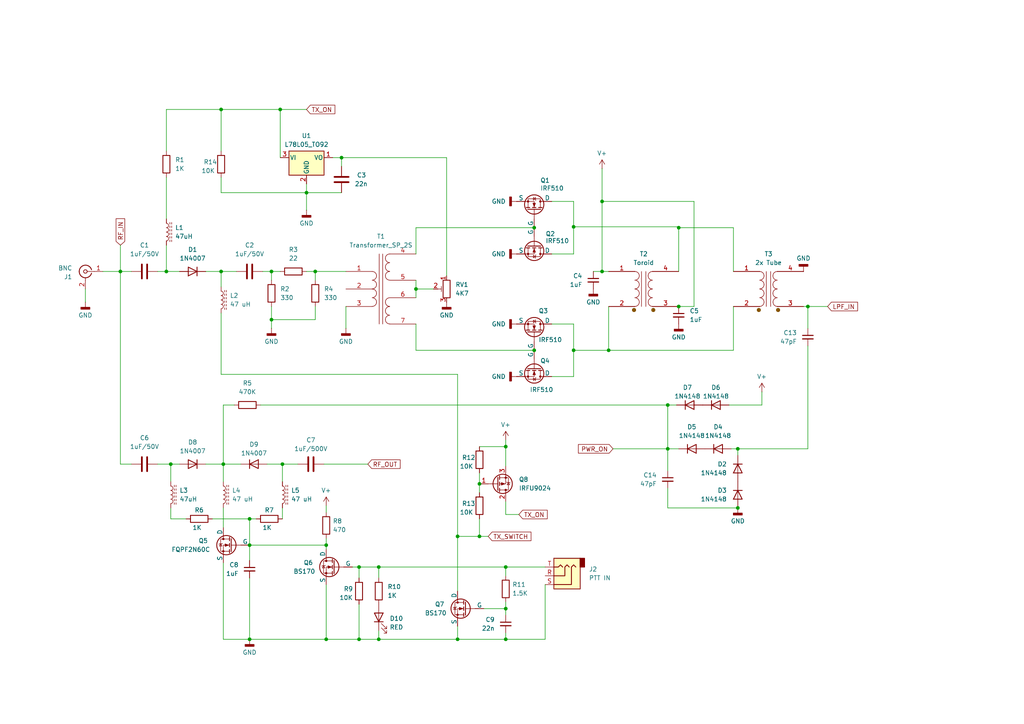
<source format=kicad_sch>
(kicad_sch (version 20231120) (generator "eeschema") (generator_version "8.0")
  (paper "A4")
  (lib_symbols
    (symbol "Connector:Conn_Coaxial" (pin_names (offset 1.016) hide)
      (property "Reference" "J" (at 0.254 3.048 0))
      (property "Value" "Conn_Coaxial" (at 2.921 0 90))
      (symbol "Conn_Coaxial_0_1"
        (arc (start -1.778 -0.508) (mid 0.2311 -1.8066) (end 1.778 0) (stroke (width 0.254)))
        (polyline (pts (xy -2.54 0) (xy -0.508 0)))
        (polyline (pts (xy 0 -2.54) (xy 0 -1.778)))
        (circle (center 0 0) (radius 0.508) (stroke (width 0.2032)))
        (arc (start 1.778 0) (mid 0.2099 1.8101) (end -1.778 0.508) (stroke (width 0.254)))
      )
      (symbol "Conn_Coaxial_1_1"
        (pin passive line (at -5.08 0 0) (length 2.54) (name "In") (number "1"))
        (pin passive line (at 0 -5.08 90) (length 2.54) (name "Ext") (number "2"))
      )
    )
    (symbol "Connector_Audio:AudioJack3"
      (property "Reference" "J" (at 0 8.89 0))
      (property "Value" "AudioJack3" (at 0 6.35 0))
      (symbol "AudioJack3_0_1"
        (rectangle (start -5.08 -5.08) (end -6.35 -2.54) (stroke (width 0.254)) (fill (type outline)))
        (polyline (pts (xy 0 -2.54) (xy 0.635 -3.175) (xy 1.27 -2.54) (xy 2.54 -2.54)) (stroke (width 0.254)))
        (polyline (pts (xy -1.905 -2.54) (xy -1.27 -3.175) (xy -0.635 -2.54) (xy -0.635 0) (xy 2.54 0)) (stroke (width 0.254)))
        (polyline (pts (xy 2.54 2.54) (xy -2.54 2.54) (xy -2.54 -2.54) (xy -3.175 -3.175) (xy -3.81 -2.54)) (stroke (width 0.254)))
        (rectangle (start 2.54 3.81) (end -5.08 -5.08) (stroke (width 0.254)) (fill (type background)))
      )
      (symbol "AudioJack3_1_1"
        (pin passive line (at 5.08 0 180) (length 2.54) (name "~") (number "R"))
        (pin passive line (at 5.08 2.54 180) (length 2.54) (name "~") (number "S"))
        (pin passive line (at 5.08 -2.54 180) (length 2.54) (name "~") (number "T"))
      )
    )
    (symbol "Device:C" (pin_numbers hide) (pin_names (offset 0.254))
      (property "Reference" "C" (at 0.635 2.54 0))
      (property "Value" "C" (at 0.635 -2.54 0))
      (symbol "C_0_1"
        (polyline (pts (xy -2.032 -0.762) (xy 2.032 -0.762)) (stroke (width 0.508)))
        (polyline (pts (xy -2.032 0.762) (xy 2.032 0.762)) (stroke (width 0.508)))
      )
      (symbol "C_1_1"
        (pin passive line (at 0 3.81 270) (length 2.794) (name "~") (number "1"))
        (pin passive line (at 0 -3.81 90) (length 2.794) (name "~") (number "2"))
      )
    )
    (symbol "Device:C_Small" (pin_numbers hide) (pin_names (offset 0.254) hide)
      (property "Reference" "C" (at 0.254 1.778 0))
      (property "Value" "C_Small" (at 0.254 -2.032 0))
      (symbol "C_Small_0_1"
        (polyline (pts (xy -1.524 -0.508) (xy 1.524 -0.508)) (stroke (width 0.3302)))
        (polyline (pts (xy -1.524 0.508) (xy 1.524 0.508)) (stroke (width 0.3048)))
      )
      (symbol "C_Small_1_1"
        (pin passive line (at 0 2.54 270) (length 2.032) (name "~") (number "1"))
        (pin passive line (at 0 -2.54 90) (length 2.032) (name "~") (number "2"))
      )
    )
    (symbol "Device:LED" (pin_numbers hide) (pin_names (offset 1.016) hide)
      (property "Reference" "D" (at 0 2.54 0))
      (property "Value" "LED" (at 0 -2.54 0))
      (symbol "LED_0_1"
        (polyline (pts (xy -1.27 -1.27) (xy -1.27 1.27)) (stroke (width 0.254)))
        (polyline (pts (xy -1.27 0) (xy 1.27 0)))
        (polyline (pts (xy 1.27 -1.27) (xy 1.27 1.27) (xy -1.27 0) (xy 1.27 -1.27)) (stroke (width 0.254)))
        (polyline (pts (xy -3.048 -0.762) (xy -4.572 -2.286) (xy -3.81 -2.286) (xy -4.572 -2.286) (xy -4.572 -1.524)))
        (polyline (pts (xy -1.778 -0.762) (xy -3.302 -2.286) (xy -2.54 -2.286) (xy -3.302 -2.286) (xy -3.302 -1.524)))
      )
      (symbol "LED_1_1"
        (pin passive line (at -3.81 0 0) (length 2.54) (name "K") (number "1"))
        (pin passive line (at 3.81 0 180) (length 2.54) (name "A") (number "2"))
      )
    )
    (symbol "Device:L_Ferrite" (pin_numbers hide) (pin_names (offset 1.016) hide)
      (property "Reference" "L" (at -1.27 0 90))
      (property "Value" "L_Ferrite" (at 2.794 0 90))
      (symbol "L_Ferrite_0_1"
        (arc (start 0 -2.54) (mid 0.6323 -1.905) (end 0 -1.27))
        (arc (start 0 -1.27) (mid 0.6323 -0.635) (end 0 0))
        (polyline (pts (xy 1.016 -2.794) (xy 1.016 -2.286)))
        (polyline (pts (xy 1.016 -1.778) (xy 1.016 -1.27)))
        (polyline (pts (xy 1.016 -0.762) (xy 1.016 -0.254)))
        (polyline (pts (xy 1.016 0.254) (xy 1.016 0.762)))
        (polyline (pts (xy 1.016 1.27) (xy 1.016 1.778)))
        (polyline (pts (xy 1.016 2.286) (xy 1.016 2.794)))
        (polyline (pts (xy 1.524 -2.286) (xy 1.524 -2.794)))
        (polyline (pts (xy 1.524 -1.27) (xy 1.524 -1.778)))
        (polyline (pts (xy 1.524 -0.254) (xy 1.524 -0.762)))
        (polyline (pts (xy 1.524 0.762) (xy 1.524 0.254)))
        (polyline (pts (xy 1.524 1.778) (xy 1.524 1.27)))
        (polyline (pts (xy 1.524 2.794) (xy 1.524 2.286)))
        (arc (start 0 0) (mid 0.6323 0.635) (end 0 1.27))
        (arc (start 0 1.27) (mid 0.6323 1.905) (end 0 2.54))
      )
      (symbol "L_Ferrite_1_1"
        (pin passive line (at 0 3.81 270) (length 1.27) (name "1") (number "1"))
        (pin passive line (at 0 -3.81 90) (length 1.27) (name "2") (number "2"))
      )
    )
    (symbol "Device:R" (pin_numbers hide) (pin_names (offset 0))
      (property "Reference" "R" (at 2.032 0 90))
      (property "Value" "R" (at 0 0 90))
      (symbol "R_0_1"
        (rectangle (start -1.016 -2.54) (end 1.016 2.54) (stroke (width 0.254)))
      )
      (symbol "R_1_1"
        (pin passive line (at 0 3.81 270) (length 1.27) (name "~") (number "1"))
        (pin passive line (at 0 -3.81 90) (length 1.27) (name "~") (number "2"))
      )
    )
    (symbol "Device:R_Potentiometer_Trim" (pin_names (offset 1.016) hide)
      (property "Reference" "RV" (at -4.445 0 90))
      (property "Value" "R_Potentiometer_Trim" (at -2.54 0 90))
      (symbol "R_Potentiometer_Trim_0_1"
        (polyline (pts (xy 1.524 0.762) (xy 1.524 -0.762)))
        (polyline (pts (xy 2.54 0) (xy 1.524 0)))
        (rectangle (start 1.016 2.54) (end -1.016 -2.54) (stroke (width 0.254)))
      )
      (symbol "R_Potentiometer_Trim_1_1"
        (pin passive line (at 0 3.81 270) (length 1.27) (name "1") (number "1"))
        (pin passive line (at 3.81 0 180) (length 1.27) (name "2") (number "2"))
        (pin passive line (at 0 -3.81 90) (length 1.27) (name "3") (number "3"))
      )
    )
    (symbol "Device:Transformer_1P_1S" (pin_names (offset 1.016) hide)
      (property "Reference" "T" (at 0 6.35 0))
      (property "Value" "Transformer_1P_1S" (at 0 -7.62 0))
      (symbol "Transformer_1P_1S_0_1"
        (arc (start -2.54 -5.0546) (mid -1.6599 -4.6901) (end -1.27 -3.81))
        (arc (start -2.54 -2.5146) (mid -1.6599 -2.1501) (end -1.27 -1.27))
        (arc (start -2.54 0.0254) (mid -1.6599 0.3899) (end -1.27 1.27))
        (arc (start -2.54 2.5654) (mid -1.6599 2.9299) (end -1.27 3.81))
        (arc (start -1.27 -3.81) (mid -1.642 -2.912) (end -2.54 -2.54))
        (arc (start -1.27 -1.27) (mid -1.642 -0.372) (end -2.54 0))
        (arc (start -1.27 1.27) (mid -1.642 2.168) (end -2.54 2.54))
        (arc (start -1.27 3.81) (mid -1.642 4.708) (end -2.54 5.08))
        (polyline (pts (xy -0.635 5.08) (xy -0.635 -5.08)))
        (polyline (pts (xy 0.635 -5.08) (xy 0.635 5.08)))
        (arc (start 1.2954 -1.27) (mid 1.6599 -2.1501) (end 2.54 -2.5146))
        (arc (start 1.2954 1.27) (mid 1.6599 0.3899) (end 2.54 0.0254))
        (arc (start 1.2954 3.81) (mid 1.6599 2.9299) (end 2.54 2.5654))
        (arc (start 1.3208 -3.81) (mid 1.6853 -4.6901) (end 2.5654 -5.0546))
        (arc (start 2.54 0) (mid 1.642 -0.372) (end 1.2954 -1.27))
        (arc (start 2.54 2.54) (mid 1.642 2.168) (end 1.2954 1.27))
        (arc (start 2.54 5.08) (mid 1.642 4.708) (end 1.2954 3.81))
        (arc (start 2.5654 -2.54) (mid 1.6674 -2.912) (end 1.3208 -3.81))
      )
      (symbol "Transformer_1P_1S_1_1"
        (pin passive line (at -10.16 5.08 0) (length 7.62) (name "AA") (number "1"))
        (pin passive line (at -10.16 -5.08 0) (length 7.62) (name "AB") (number "2"))
        (pin passive line (at 10.16 -5.08 180) (length 7.62) (name "SA") (number "3"))
        (pin passive line (at 10.16 5.08 180) (length 7.62) (name "SB") (number "4"))
      )
    )
    (symbol "Device:Transformer_SP_2S" (pin_names (offset 1.016) hide)
      (property "Reference" "T" (at 0 12.7 0))
      (property "Value" "Transformer_SP_2S" (at 0 -12.7 0))
      (symbol "Transformer_SP_2S_0_1"
        (arc (start -2.54 -5.0546) (mid -1.6599 -4.6901) (end -1.27 -3.81))
        (arc (start -2.54 -2.5146) (mid -1.6599 -2.1501) (end -1.27 -1.27))
        (arc (start -2.54 0.0254) (mid -1.6599 0.3899) (end -1.27 1.27))
        (arc (start -2.54 2.5654) (mid -1.6599 2.9299) (end -1.27 3.81))
        (arc (start -1.27 -3.81) (mid -1.642 -2.912) (end -2.54 -2.54))
        (arc (start -1.27 -1.27) (mid -1.642 -0.372) (end -2.54 0))
        (arc (start -1.27 1.27) (mid -1.642 2.168) (end -2.54 2.54))
        (arc (start -1.27 3.81) (mid -1.642 4.708) (end -2.54 5.08))
        (polyline (pts (xy -0.508 -10.16) (xy -0.508 10.16)))
        (polyline (pts (xy 0.508 10.16) (xy 0.508 -10.16)))
        (arc (start 1.2954 -8.89) (mid 1.6599 -9.7701) (end 2.54 -10.1346))
        (arc (start 1.2954 -6.35) (mid 1.6599 -7.2301) (end 2.54 -7.5946))
        (arc (start 1.2954 -3.81) (mid 1.6599 -4.6901) (end 2.54 -5.0546))
        (arc (start 1.2954 3.81) (mid 1.6599 2.9299) (end 2.54 2.5654))
        (arc (start 1.2954 6.35) (mid 1.6599 5.4699) (end 2.54 5.1054))
        (arc (start 1.2954 8.89) (mid 1.6599 8.0099) (end 2.54 7.6454))
        (arc (start 2.54 -7.62) (mid 1.642 -7.992) (end 1.2954 -8.89))
        (arc (start 2.54 -5.08) (mid 1.642 -5.452) (end 1.2954 -6.35))
        (arc (start 2.54 -2.54) (mid 1.642 -2.912) (end 1.2954 -3.81))
        (arc (start 2.54 5.08) (mid 1.642 4.708) (end 1.2954 3.81))
        (arc (start 2.54 7.62) (mid 1.642 7.248) (end 1.2954 6.35))
        (arc (start 2.54 10.16) (mid 1.642 9.788) (end 1.2954 8.89))
      )
      (symbol "Transformer_SP_2S_1_1"
        (pin passive line (at -10.16 5.08 0) (length 7.62) (name "IN+") (number "1"))
        (pin passive line (at -10.16 0 0) (length 7.62) (name "PM") (number "2"))
        (pin passive line (at -10.16 -5.08 0) (length 7.62) (name "IN-") (number "3"))
        (pin passive line (at 10.16 10.16 180) (length 7.62) (name "OUT1A") (number "4"))
        (pin passive line (at 10.16 2.54 180) (length 7.62) (name "OUT1B") (number "5"))
        (pin passive line (at 10.16 -2.54 180) (length 7.62) (name "OUT2A") (number "6"))
        (pin passive line (at 10.16 -10.16 180) (length 7.62) (name "OUT2B") (number "7"))
      )
    )
    (symbol "Diode:1N4007" (pin_numbers hide) (pin_names hide)
      (property "Reference" "D" (at 0 2.54 0))
      (property "Value" "1N4007" (at 0 -2.54 0))
      (symbol "1N4007_0_1"
        (polyline (pts (xy -1.27 1.27) (xy -1.27 -1.27)) (stroke (width 0.254)))
        (polyline (pts (xy 1.27 0) (xy -1.27 0)))
        (polyline (pts (xy 1.27 1.27) (xy 1.27 -1.27) (xy -1.27 0) (xy 1.27 1.27)) (stroke (width 0.254)))
      )
      (symbol "1N4007_1_1"
        (pin passive line (at -3.81 0 0) (length 2.54) (name "K") (number "1"))
        (pin passive line (at 3.81 0 180) (length 2.54) (name "A") (number "2"))
      )
    )
    (symbol "Diode:1N4148" (pin_numbers hide) (pin_names hide)
      (property "Reference" "D" (at 0 2.54 0))
      (property "Value" "1N4148" (at 0 -2.54 0))
      (symbol "1N4148_0_1"
        (polyline (pts (xy -1.27 1.27) (xy -1.27 -1.27)) (stroke (width 0.254)))
        (polyline (pts (xy 1.27 0) (xy -1.27 0)))
        (polyline (pts (xy 1.27 1.27) (xy 1.27 -1.27) (xy -1.27 0) (xy 1.27 1.27)) (stroke (width 0.254)))
      )
      (symbol "1N4148_1_1"
        (pin passive line (at -3.81 0 0) (length 2.54) (name "K") (number "1"))
        (pin passive line (at 3.81 0 180) (length 2.54) (name "A") (number "2"))
      )
    )
    (symbol "Regulator_Linear:L78L05_TO92" (pin_names (offset 0.254))
      (property "Reference" "U" (at -3.81 3.175 0))
      (property "Value" "L78L05_TO92" (at 0 3.175 0))
      (symbol "L78L05_TO92_0_1"
        (rectangle (start -5.08 -5.08) (end 5.08 1.905) (stroke (width 0.254)) (fill (type background)))
      )
      (symbol "L78L05_TO92_1_1"
        (pin power_out line (at 7.62 0 180) (length 2.54) (name "VO") (number "1"))
        (pin power_in line (at 0 -7.62 90) (length 2.54) (name "GND") (number "2"))
        (pin power_in line (at -7.62 0 0) (length 2.54) (name "VI") (number "3"))
      )
    )
    (symbol "Simulation_SPICE:NMOS" (pin_numbers hide) (pin_names (offset 0))
      (property "Reference" "Q" (at 5.08 1.27 0))
      (property "Value" "NMOS" (at 5.08 -1.27 0))
      (symbol "NMOS_0_1"
        (polyline (pts (xy 0.254 0) (xy -2.54 0)))
        (polyline (pts (xy 0.254 1.905) (xy 0.254 -1.905)) (stroke (width 0.254)))
        (polyline (pts (xy 0.762 -1.27) (xy 0.762 -2.286)) (stroke (width 0.254)))
        (polyline (pts (xy 0.762 0.508) (xy 0.762 -0.508)) (stroke (width 0.254)))
        (polyline (pts (xy 0.762 2.286) (xy 0.762 1.27)) (stroke (width 0.254)))
        (polyline (pts (xy 2.54 2.54) (xy 2.54 1.778)))
        (polyline (pts (xy 2.54 -2.54) (xy 2.54 0) (xy 0.762 0)))
        (polyline (pts (xy 0.762 -1.778) (xy 3.302 -1.778) (xy 3.302 1.778) (xy 0.762 1.778)))
        (polyline (pts (xy 1.016 0) (xy 2.032 0.381) (xy 2.032 -0.381) (xy 1.016 0)) (fill (type outline)))
        (polyline (pts (xy 2.794 0.508) (xy 2.921 0.381) (xy 3.683 0.381) (xy 3.81 0.254)))
        (polyline (pts (xy 3.302 0.381) (xy 2.921 -0.254) (xy 3.683 -0.254) (xy 3.302 0.381)))
        (circle (center 1.651 0) (radius 2.794) (stroke (width 0.254)))
        (circle (center 2.54 -1.778) (radius 0.254) (fill (type outline)))
        (circle (center 2.54 1.778) (radius 0.254) (fill (type outline)))
      )
      (symbol "NMOS_1_1"
        (pin passive line (at 2.54 5.08 270) (length 2.54) (name "D") (number "1"))
        (pin input line (at -5.08 0 0) (length 2.54) (name "G") (number "2"))
        (pin passive line (at 2.54 -5.08 90) (length 2.54) (name "S") (number "3"))
      )
    )
    (symbol "Transistor_FET:IRF4905" (pin_names hide)
      (property "Reference" "Q" (at 5.08 1.905 0))
      (property "Value" "IRF4905" (at 5.08 0 0))
      (symbol "IRF4905_0_1"
        (polyline (pts (xy 0.254 0) (xy -2.54 0)))
        (polyline (pts (xy 0.254 1.905) (xy 0.254 -1.905)) (stroke (width 0.254)))
        (polyline (pts (xy 0.762 -1.27) (xy 0.762 -2.286)) (stroke (width 0.254)))
        (polyline (pts (xy 0.762 0.508) (xy 0.762 -0.508)) (stroke (width 0.254)))
        (polyline (pts (xy 0.762 2.286) (xy 0.762 1.27)) (stroke (width 0.254)))
        (polyline (pts (xy 2.54 2.54) (xy 2.54 1.778)))
        (polyline (pts (xy 2.54 -2.54) (xy 2.54 0) (xy 0.762 0)))
        (polyline (pts (xy 0.762 1.778) (xy 3.302 1.778) (xy 3.302 -1.778) (xy 0.762 -1.778)))
        (polyline (pts (xy 2.286 0) (xy 1.27 0.381) (xy 1.27 -0.381) (xy 2.286 0)) (fill (type outline)))
        (polyline (pts (xy 2.794 -0.508) (xy 2.921 -0.381) (xy 3.683 -0.381) (xy 3.81 -0.254)))
        (polyline (pts (xy 3.302 -0.381) (xy 2.921 0.254) (xy 3.683 0.254) (xy 3.302 -0.381)))
        (circle (center 1.651 0) (radius 2.794) (stroke (width 0.254)))
        (circle (center 2.54 -1.778) (radius 0.254) (fill (type outline)))
        (circle (center 2.54 1.778) (radius 0.254) (fill (type outline)))
      )
      (symbol "IRF4905_1_1"
        (pin input line (at -5.08 0 0) (length 2.54) (name "G") (number "1"))
        (pin passive line (at 2.54 5.08 270) (length 2.54) (name "D") (number "2"))
        (pin passive line (at 2.54 -5.08 90) (length 2.54) (name "S") (number "3"))
      )
    )
    (symbol "power:+12V" (power) (pin_numbers hide) (pin_names (offset 0) hide)
      (property "Value" "+12V" (at 0 3.556 0))
      (symbol "+12V_0_1"
        (polyline (pts (xy -0.762 1.27) (xy 0 2.54)))
        (polyline (pts (xy 0 0) (xy 0 2.54)))
        (polyline (pts (xy 0 2.54) (xy 0.762 1.27)))
      )
      (symbol "+12V_1_1"
        (pin power_in line (at 0 0 90) (length 0) (name "~") (number "1"))
      )
    )
    (symbol "power:GNDD" (power) (pin_numbers hide) (pin_names (offset 0) hide)
      (property "Value" "GNDD" (at 0 -3.175 0))
      (symbol "GNDD_0_1"
        (rectangle (start -1.27 -1.524) (end 1.27 -2.032) (stroke (width 0.254)) (fill (type outline)))
        (polyline (pts (xy 0 0) (xy 0 -1.524)))
      )
      (symbol "GNDD_1_1"
        (pin power_in line (at 0 0 270) (length 0) (name "~") (number "1"))
      )
    )
  )
  (junction (at 64.135 78.74))
  (junction (at 72.39 158.115))
  (junction (at 94.615 158.115))
  (junction (at 104.14 164.465))
  (junction (at 146.685 129.54))
  (junction (at 104.14 185.42))
  (junction (at 120.65 83.82))
  (junction (at 213.995 147.32))
  (junction (at 146.685 176.53))
  (junction (at 34.925 78.74))
  (junction (at 81.915 134.62))
  (junction (at 154.94 101.6))
  (junction (at 78.74 92.71))
  (junction (at 132.715 185.42))
  (junction (at 176.53 101.6))
  (junction (at 166.37 65.786))
  (junction (at 146.685 185.42))
  (junction (at 174.625 78.74))
  (junction (at 166.37 101.6))
  (junction (at 81.28 31.75))
  (junction (at 48.26 78.74))
  (junction (at 174.625 58.42))
  (junction (at 132.715 155.575))
  (junction (at 78.74 78.74))
  (junction (at 64.77 134.62))
  (junction (at 109.855 185.42))
  (junction (at 139.065 155.575))
  (junction (at 196.85 88.9))
  (junction (at 234.315 88.9))
  (junction (at 196.85 66.04))
  (junction (at 72.39 185.42))
  (junction (at 193.675 130.175))
  (junction (at 64.135 31.75))
  (junction (at 99.06 45.72))
  (junction (at 154.94 66.04))
  (junction (at 213.995 130.175))
  (junction (at 94.615 185.42))
  (junction (at 49.53 134.62))
  (junction (at 146.685 164.465))
  (junction (at 109.855 164.465))
  (junction (at 193.675 117.475))
  (junction (at 139.065 140.335))
  (junction (at 91.44 78.74))
  (junction (at 72.39 150.495))
  (junction (at 88.9 55.88))
  (wire (pts (xy 120.65 83.82) (xy 125.73 83.82)))
  (wire (pts (xy 129.54 80.01) (xy 129.54 45.72)))
  (wire (pts (xy 72.39 158.115) (xy 72.39 162.56)))
  (wire (pts (xy 139.065 155.575) (xy 132.715 155.575)))
  (wire (pts (xy 104.14 164.465) (xy 104.14 167.64)))
  (wire (pts (xy 213.995 130.175) (xy 213.995 132.08)))
  (wire (pts (xy 49.53 134.62) (xy 49.53 139.7)))
  (wire (pts (xy 146.685 127.635) (xy 146.685 129.54)))
  (wire (pts (xy 88.9 55.88) (xy 88.9 60.96)))
  (wire (pts (xy 34.925 78.74) (xy 34.925 134.62)))
  (wire (pts (xy 94.615 146.685) (xy 94.615 148.59)))
  (wire (pts (xy 99.06 45.72) (xy 99.06 48.26)))
  (wire (pts (xy 91.44 78.74) (xy 100.33 78.74)))
  (wire (pts (xy 78.74 88.9) (xy 78.74 92.71)))
  (wire (pts (xy 234.315 88.9) (xy 240.03 88.9)))
  (wire (pts (xy 132.715 185.42) (xy 109.855 185.42)))
  (wire (pts (xy 201.295 88.9) (xy 201.295 58.42)))
  (wire (pts (xy 193.675 136.525) (xy 193.675 130.175)))
  (wire (pts (xy 196.85 78.74) (xy 196.85 66.04)))
  (wire (pts (xy 104.14 185.42) (xy 109.855 185.42)))
  (wire (pts (xy 93.98 134.62) (xy 106.68 134.62)))
  (wire (pts (xy 75.565 117.475) (xy 193.675 117.475)))
  (wire (pts (xy 220.98 113.665) (xy 220.98 117.475)))
  (wire (pts (xy 212.725 101.6) (xy 176.53 101.6)))
  (wire (pts (xy 91.44 81.28) (xy 91.44 78.74)))
  (wire (pts (xy 64.77 147.32) (xy 64.77 153.035)))
  (wire (pts (xy 64.77 134.62) (xy 69.85 134.62)))
  (wire (pts (xy 72.39 158.115) (xy 94.615 158.115)))
  (wire (pts (xy 72.39 150.495) (xy 74.295 150.495)))
  (wire (pts (xy 146.685 183.515) (xy 146.685 185.42)))
  (wire (pts (xy 78.74 78.74) (xy 81.28 78.74)))
  (wire (pts (xy 176.53 101.6) (xy 166.37 101.6)))
  (wire (pts (xy 38.1 134.62) (xy 34.925 134.62)))
  (wire (pts (xy 48.26 31.75) (xy 48.26 43.815)))
  (wire (pts (xy 132.715 108.585) (xy 64.135 108.585)))
  (wire (pts (xy 67.945 117.475) (xy 64.77 117.475)))
  (wire (pts (xy 166.37 109.22) (xy 160.02 109.22)))
  (wire (pts (xy 45.72 134.62) (xy 49.53 134.62)))
  (wire (pts (xy 146.685 129.54) (xy 146.685 135.255)))
  (wire (pts (xy 174.625 78.74) (xy 176.53 78.74)))
  (wire (pts (xy 139.065 129.54) (xy 146.685 129.54)))
  (wire (pts (xy 88.9 53.34) (xy 88.9 55.88)))
  (wire (pts (xy 88.9 55.88) (xy 99.06 55.88)))
  (wire (pts (xy 64.77 134.62) (xy 64.77 139.7)))
  (wire (pts (xy 233.045 88.9) (xy 234.315 88.9)))
  (wire (pts (xy 193.675 130.175) (xy 196.85 130.175)))
  (wire (pts (xy 78.74 92.71) (xy 91.44 92.71)))
  (wire (pts (xy 49.53 150.495) (xy 53.975 150.495)))
  (wire (pts (xy 48.26 31.75) (xy 64.135 31.75)))
  (wire (pts (xy 109.855 164.465) (xy 104.14 164.465)))
  (wire (pts (xy 81.915 139.7) (xy 81.915 134.62)))
  (wire (pts (xy 81.28 45.72) (xy 81.28 31.75)))
  (wire (pts (xy 64.135 78.74) (xy 68.58 78.74)))
  (wire (pts (xy 24.765 83.82) (xy 24.765 87.63)))
  (wire (pts (xy 104.14 175.26) (xy 104.14 185.42)))
  (wire (pts (xy 146.685 145.415) (xy 146.685 149.225)))
  (wire (pts (xy 132.715 171.45) (xy 132.715 155.575)))
  (wire (pts (xy 64.135 108.585) (xy 64.135 90.805)))
  (wire (pts (xy 72.39 150.495) (xy 72.39 158.115)))
  (wire (pts (xy 64.135 51.435) (xy 64.135 55.88)))
  (wire (pts (xy 109.855 167.64) (xy 109.855 164.465)))
  (wire (pts (xy 49.53 147.32) (xy 49.53 150.495)))
  (wire (pts (xy 193.675 141.605) (xy 193.675 147.32)))
  (wire (pts (xy 81.915 147.32) (xy 81.915 150.495)))
  (wire (pts (xy 234.315 130.175) (xy 234.315 100.33)))
  (wire (pts (xy 104.14 185.42) (xy 94.615 185.42)))
  (wire (pts (xy 109.855 164.465) (xy 146.685 164.465)))
  (wire (pts (xy 160.02 93.98) (xy 166.37 93.98)))
  (wire (pts (xy 193.675 147.32) (xy 213.995 147.32)))
  (wire (pts (xy 81.28 31.75) (xy 88.9 31.75)))
  (wire (pts (xy 176.53 88.9) (xy 176.53 101.6)))
  (wire (pts (xy 64.135 78.74) (xy 64.135 83.185)))
  (wire (pts (xy 48.26 63.5) (xy 48.26 51.435)))
  (wire (pts (xy 49.53 134.62) (xy 52.07 134.62)))
  (wire (pts (xy 193.675 117.475) (xy 193.675 130.175)))
  (wire (pts (xy 140.335 176.53) (xy 146.685 176.53)))
  (wire (pts (xy 120.65 83.82) (xy 120.65 86.36)))
  (wire (pts (xy 213.995 130.175) (xy 234.315 130.175)))
  (wire (pts (xy 34.925 78.74) (xy 29.845 78.74)))
  (wire (pts (xy 120.65 101.6) (xy 154.94 101.6)))
  (wire (pts (xy 139.065 150.495) (xy 139.065 155.575)))
  (wire (pts (xy 64.135 55.88) (xy 88.9 55.88)))
  (wire (pts (xy 172.085 78.74) (xy 174.625 78.74)))
  (wire (pts (xy 96.52 45.72) (xy 99.06 45.72)))
  (wire (pts (xy 120.65 66.04) (xy 154.94 66.04)))
  (wire (pts (xy 77.47 134.62) (xy 81.915 134.62)))
  (wire (pts (xy 45.72 78.74) (xy 48.26 78.74)))
  (wire (pts (xy 166.37 101.6) (xy 166.37 109.22)))
  (wire (pts (xy 234.315 88.9) (xy 234.315 95.25)))
  (wire (pts (xy 72.39 185.42) (xy 72.39 167.64)))
  (wire (pts (xy 146.685 164.465) (xy 158.115 164.465)))
  (wire (pts (xy 212.725 66.04) (xy 196.85 66.04)))
  (wire (pts (xy 76.2 78.74) (xy 78.74 78.74)))
  (wire (pts (xy 196.85 66.04) (xy 196.85 65.786)))
  (wire (pts (xy 146.685 176.53) (xy 146.685 178.435)))
  (wire (pts (xy 196.85 65.786) (xy 166.37 65.786)))
  (wire (pts (xy 160.02 58.42) (xy 166.37 58.42)))
  (wire (pts (xy 166.37 58.42) (xy 166.37 65.786)))
  (wire (pts (xy 94.615 169.545) (xy 94.615 185.42)))
  (wire (pts (xy 166.37 93.98) (xy 166.37 101.6)))
  (wire (pts (xy 129.54 45.72) (xy 99.06 45.72)))
  (wire (pts (xy 64.77 185.42) (xy 72.39 185.42)))
  (wire (pts (xy 38.1 78.74) (xy 34.925 78.74)))
  (wire (pts (xy 132.715 181.61) (xy 132.715 185.42)))
  (wire (pts (xy 139.065 140.335) (xy 139.065 142.875)))
  (wire (pts (xy 193.675 117.475) (xy 196.215 117.475)))
  (wire (pts (xy 166.37 73.66) (xy 160.02 73.66)))
  (wire (pts (xy 78.74 78.74) (xy 78.74 81.28)))
  (wire (pts (xy 48.26 78.74) (xy 52.07 78.74)))
  (wire (pts (xy 132.715 155.575) (xy 132.715 108.585)))
  (wire (pts (xy 146.685 174.625) (xy 146.685 176.53)))
  (wire (pts (xy 213.995 130.175) (xy 212.09 130.175)))
  (wire (pts (xy 91.44 92.71) (xy 91.44 88.9)))
  (wire (pts (xy 34.925 71.12) (xy 34.925 78.74)))
  (wire (pts (xy 102.235 164.465) (xy 104.14 164.465)))
  (wire (pts (xy 158.115 185.42) (xy 146.685 185.42)))
  (wire (pts (xy 174.625 48.895) (xy 174.625 58.42)))
  (wire (pts (xy 212.725 78.74) (xy 212.725 66.04)))
  (wire (pts (xy 120.65 73.66) (xy 120.65 66.04)))
  (wire (pts (xy 120.65 93.98) (xy 120.65 101.6)))
  (wire (pts (xy 146.685 185.42) (xy 132.715 185.42)))
  (wire (pts (xy 64.77 163.195) (xy 64.77 185.42)))
  (wire (pts (xy 141.605 155.575) (xy 139.065 155.575)))
  (wire (pts (xy 166.37 65.786) (xy 166.37 73.66)))
  (wire (pts (xy 94.615 156.21) (xy 94.615 158.115)))
  (wire (pts (xy 81.915 134.62) (xy 86.36 134.62)))
  (wire (pts (xy 146.685 149.225) (xy 150.495 149.225)))
  (wire (pts (xy 220.98 117.475) (xy 211.455 117.475)))
  (wire (pts (xy 91.44 78.74) (xy 88.9 78.74)))
  (wire (pts (xy 64.77 117.475) (xy 64.77 134.62)))
  (wire (pts (xy 120.65 81.28) (xy 120.65 83.82)))
  (wire (pts (xy 100.33 88.9) (xy 100.33 95.25)))
  (wire (pts (xy 94.615 185.42) (xy 72.39 185.42)))
  (wire (pts (xy 94.615 159.385) (xy 94.615 158.115)))
  (wire (pts (xy 146.685 167.005) (xy 146.685 164.465)))
  (wire (pts (xy 64.135 31.75) (xy 64.135 43.815)))
  (wire (pts (xy 48.26 71.12) (xy 48.26 78.74)))
  (wire (pts (xy 59.69 134.62) (xy 64.77 134.62)))
  (wire (pts (xy 109.855 182.88) (xy 109.855 185.42)))
  (wire (pts (xy 59.69 78.74) (xy 64.135 78.74)))
  (wire (pts (xy 139.065 137.16) (xy 139.065 140.335)))
  (wire (pts (xy 174.625 58.42) (xy 174.625 78.74)))
  (wire (pts (xy 212.725 88.9) (xy 212.725 101.6)))
  (wire (pts (xy 177.8 130.175) (xy 193.675 130.175)))
  (wire (pts (xy 64.135 31.75) (xy 81.28 31.75)))
  (wire (pts (xy 158.115 169.545) (xy 158.115 185.42)))
  (wire (pts (xy 78.74 92.71) (xy 78.74 95.25)))
  (wire (pts (xy 196.85 88.9) (xy 201.295 88.9)))
  (wire (pts (xy 201.295 58.42) (xy 174.625 58.42)))
  (wire (pts (xy 61.595 150.495) (xy 72.39 150.495)))
  (circle (center 183.896 89.916) (radius 0.508) (stroke (width 0) (color 128 77 0 1)) (fill (type color) (color 128 77 0 1)))
  (circle (center 220.091 89.916) (radius 0.508) (stroke (width 0) (color 128 77 0 1)) (fill (type color) (color 128 77 0 1)))
  (circle (center 225.679 89.916) (radius 0.508) (stroke (width 0) (color 128 77 0 1)) (fill (type color) (color 128 77 0 1)))
  (circle (center 189.484 89.916) (radius 0.508) (stroke (width 0) (color 128 77 0 1)) (fill (type color) (color 128 77 0 1)))
  (global_label "LPF_IN" (shape input) (at 240.03 88.9 0) (property "Intersheetrefs" "${INTERSHEET_REFS}" (effects (hide yes))))
  (global_label "PWR_ON" (shape input) (at 177.8 130.175 180) (property "Intersheetrefs" "${INTERSHEET_REFS}" (effects (hide yes))))
  (global_label "TX_ON" (shape input) (at 150.495 149.225 0) (property "Intersheetrefs" "${INTERSHEET_REFS}" (effects (hide yes))))
  (global_label "RF_OUT" (shape input) (at 106.68 134.62 0) (property "Intersheetrefs" "${INTERSHEET_REFS}" (effects (hide yes))))
  (global_label "TX_ON" (shape input) (at 88.9 31.75 0) (property "Intersheetrefs" "${INTERSHEET_REFS}" (effects (hide yes))))
  (global_label "TX_SWITCH" (shape input) (at 141.605 155.575 0) (property "Intersheetrefs" "${INTERSHEET_REFS}" (effects (hide yes))))
  (global_label "RF_IN" (shape input) (at 34.925 71.12 90) (property "Intersheetrefs" "${INTERSHEET_REFS}" (effects (hide yes))))
  (symbol (lib_id "power:GNDD") (at 78.74 95.25 0) (unit 1)
    (property "Reference" "#PWR01" (effects (hide yes)))
    (property "Value" "GND" (at 78.74 99.06 0))
    (property "Description" "Power symbol creates a global label with name \"GNDD\" , digital ground" (effects (hide yes)))
  )
  (symbol (lib_id "Simulation_SPICE:NMOS") (at 154.94 96.52 270) (mirror x) (unit 1)
    (property "Reference" "Q3" (at 156.2101 90.17 90) (effects (justify left)))
    (property "Value" "IRF510" (at 156.21 98.552 90) (effects (justify left)))
    (property "Footprint" "Package_TO_SOT_THT:TO-220-3_Horizontal_TabDown" (effects (hide yes)))
    (property "Datasheet" "https://ngspice.sourceforge.io/docs/ngspice-html-manual/manual.xhtml#cha_MOSFETs" (effects (hide yes)))
    (property "Description" "N-MOSFET transistor, drain/source/gate" (effects (hide yes)))
    (property "Sim.Device" "NMOS" (effects (hide yes)))
    (property "Sim.Type" "VDMOS" (effects (hide yes)))
    (property "Sim.Pins" "1=D 2=G 3=S" (effects (hide yes)))
  )
  (symbol (lib_id "Device:R") (at 139.065 133.35 0) (unit 1)
    (property "Reference" "R12" (at 133.985 132.715 0) (effects (justify left)))
    (property "Value" "10K" (at 133.35 135.255 0) (effects (justify left)))
    (property "Description" "Resistor" (effects (hide yes)))
  )
  (symbol (lib_id "Device:R") (at 71.755 117.475 90) (unit 1)
    (property "Reference" "R5" (at 71.755 111.125 90))
    (property "Value" "470K" (at 71.755 113.665 90))
    (property "Description" "Resistor" (effects (hide yes)))
  )
  (symbol (lib_id "Connector_Audio:AudioJack3") (at 163.195 167.005 180) (unit 1)
    (property "Reference" "J2" (at 170.815 165.0999 0) (effects (justify right)))
    (property "Value" "PTT IN" (at 170.815 167.6399 0) (effects (justify right)))
    (property "Description" "Audio Jack, 3 Poles (Stereo / TRS)" (effects (hide yes)))
  )
  (symbol (lib_id "power:GNDD") (at 24.765 87.63 0) (unit 1)
    (property "Reference" "#PWR011" (effects (hide yes)))
    (property "Value" "GND" (at 24.765 91.44 0))
    (property "Description" "Power symbol creates a global label with name \"GNDD\" , digital ground" (effects (hide yes)))
  )
  (symbol (lib_id "Device:C") (at 41.91 134.62 90) (unit 1)
    (property "Reference" "C6" (at 41.91 127 90))
    (property "Value" "1uF/50V" (at 41.91 129.54 90))
    (property "Description" "Unpolarized capacitor" (effects (hide yes)))
  )
  (symbol (lib_id "Device:R") (at 57.785 150.495 90) (unit 1)
    (property "Reference" "R6" (at 57.785 147.955 90))
    (property "Value" "1K" (at 57.15 153.035 90))
    (property "Description" "Resistor" (effects (hide yes)))
  )
  (symbol (lib_id "Diode:1N4007") (at 73.66 134.62 0) (unit 1)
    (property "Reference" "D9" (at 73.66 128.905 0))
    (property "Value" "1N4007" (at 73.66 131.445 0))
    (property "Footprint" "Diode_THT:D_DO-41_SOD81_P10.16mm_Horizontal" (effects (hide yes)))
    (property "Datasheet" "http://www.vishay.com/docs/88503/1n4001.pdf" (effects (hide yes)))
    (property "Description" "1000V 1A General Purpose Rectifier Diode, DO-41" (effects (hide yes)))
    (property "Sim.Device" "D" (effects (hide yes)))
    (property "Sim.Pins" "1=K 2=A" (effects (hide yes)))
  )
  (symbol (lib_id "Simulation_SPICE:NMOS") (at 135.255 176.53 0) (mirror y) (unit 1)
    (property "Reference" "Q7" (at 128.905 175.26 0) (effects (justify left)))
    (property "Value" "BS170" (at 129.54 177.8 0) (effects (justify left)))
    (property "Footprint" "Package_TO_SOT_THT:TO-220-3_Horizontal_TabDown" (effects (hide yes)))
    (property "Datasheet" "https://ngspice.sourceforge.io/docs/ngspice-html-manual/manual.xhtml#cha_MOSFETs" (effects (hide yes)))
    (property "Description" "N-MOSFET transistor, drain/source/gate" (effects (hide yes)))
    (property "Sim.Device" "NMOS" (effects (hide yes)))
    (property "Sim.Type" "VDMOS" (effects (hide yes)))
    (property "Sim.Pins" "1=D 2=G 3=S" (effects (hide yes)))
  )
  (symbol (lib_id "Device:R") (at 78.105 150.495 90) (unit 1)
    (property "Reference" "R7" (at 78.105 147.955 90))
    (property "Value" "1K" (at 77.47 153.035 90))
    (property "Description" "Resistor" (effects (hide yes)))
  )
  (symbol (lib_id "Connector:Conn_Coaxial") (at 24.765 78.74 0) (mirror y) (unit 1)
    (property "Reference" "J1" (at 20.955 80.3033 0) (effects (justify left)))
    (property "Value" "BNC" (at 20.955 77.7633 0) (effects (justify left)))
    (property "Description" "coaxial connector (BNC, SMA, SMB, SMC, Cinch/RCA, LEMO, ...)" (effects (hide yes)))
  )
  (symbol (lib_id "Simulation_SPICE:NMOS") (at 154.94 106.68 270) (unit 1)
    (property "Reference" "Q4" (at 156.718 104.648 90) (effects (justify left)))
    (property "Value" "IRF510" (at 153.6701 113.03 90) (effects (justify left)))
    (property "Footprint" "Package_TO_SOT_THT:TO-220-3_Horizontal_TabDown" (effects (hide yes)))
    (property "Datasheet" "https://ngspice.sourceforge.io/docs/ngspice-html-manual/manual.xhtml#cha_MOSFETs" (effects (hide yes)))
    (property "Description" "N-MOSFET transistor, drain/source/gate" (effects (hide yes)))
    (property "Sim.Device" "NMOS" (effects (hide yes)))
    (property "Sim.Type" "VDMOS" (effects (hide yes)))
    (property "Sim.Pins" "1=D 2=G 3=S" (effects (hide yes)))
  )
  (symbol (lib_id "Device:L_Ferrite") (at 81.915 143.51 0) (unit 1)
    (property "Reference" "L5" (at 84.455 142.2399 0) (effects (justify left)))
    (property "Value" "47 uH" (at 84.455 144.7799 0) (effects (justify left)))
    (property "Description" "Inductor with ferrite core" (effects (hide yes)))
  )
  (symbol (lib_id "Device:L_Ferrite") (at 48.26 67.31 0) (unit 1)
    (property "Reference" "L1" (at 50.8 66.0399 0) (effects (justify left)))
    (property "Value" "47uH" (at 50.8 68.5799 0) (effects (justify left)))
    (property "Description" "Inductor with ferrite core" (effects (hide yes)))
  )
  (symbol (lib_id "Device:C_Small") (at 196.85 91.44 0) (unit 1)
    (property "Reference" "C5" (at 200.025 90.1762 0) (effects (justify left)))
    (property "Value" "1uF" (at 200.025 92.7162 0) (effects (justify left)))
    (property "Description" "Unpolarized capacitor, small symbol" (effects (hide yes)))
  )
  (symbol (lib_id "Device:Transformer_1P_1S") (at 186.69 83.82 0) (unit 1)
    (property "Reference" "T2" (at 186.7027 73.66 0))
    (property "Value" "Toroid" (at 186.7027 76.2 0))
    (property "Description" "Transformer, single primary, single secondary" (effects (hide yes)))
  )
  (symbol (lib_id "Device:R_Potentiometer_Trim") (at 129.54 83.82 0) (mirror y) (unit 1)
    (property "Reference" "RV1" (at 132.08 82.55 0) (effects (justify right)))
    (property "Value" "4K7" (at 132.08 85.09 0) (effects (justify right)))
    (property "Description" "Trim-potentiometer" (effects (hide yes)))
  )
  (symbol (lib_id "power:GNDD") (at 149.86 73.66 270) (mirror x) (unit 1)
    (property "Reference" "#PWR07" (effects (hide yes)))
    (property "Value" "GND" (at 146.685 73.6599 90) (effects (justify right)))
    (property "Description" "Power symbol creates a global label with name \"GNDD\" , digital ground" (effects (hide yes)))
  )
  (symbol (lib_id "power:GNDD") (at 149.86 58.42 270) (mirror x) (unit 1)
    (property "Reference" "#PWR05" (effects (hide yes)))
    (property "Value" "GND" (at 146.685 58.4199 90) (effects (justify right)))
    (property "Description" "Power symbol creates a global label with name \"GNDD\" , digital ground" (effects (hide yes)))
  )
  (symbol (lib_id "Diode:1N4148") (at 213.995 143.51 90) (mirror x) (unit 1)
    (property "Reference" "D3" (at 210.82 142.2399 90) (effects (justify left)))
    (property "Value" "1N4148" (at 210.82 144.7799 90) (effects (justify left)))
    (property "Footprint" "Diode_THT:D_DO-35_SOD27_P7.62mm_Horizontal" (effects (hide yes)))
    (property "Datasheet" "https://assets.nexperia.com/documents/data-sheet/1N4148_1N4448.pdf" (effects (hide yes)))
    (property "Description" "100V 0.15A standard switching diode, DO-35" (effects (hide yes)))
    (property "Sim.Device" "D" (effects (hide yes)))
    (property "Sim.Pins" "1=K 2=A" (effects (hide yes)))
  )
  (symbol (lib_id "Diode:1N4148") (at 200.66 130.175 0) (mirror x) (unit 1)
    (property "Reference" "D5" (at 200.66 123.825 0))
    (property "Value" "1N4148" (at 200.66 126.365 0))
    (property "Footprint" "Diode_THT:D_DO-35_SOD27_P7.62mm_Horizontal" (effects (hide yes)))
    (property "Datasheet" "https://assets.nexperia.com/documents/data-sheet/1N4148_1N4448.pdf" (effects (hide yes)))
    (property "Description" "100V 0.15A standard switching diode, DO-35" (effects (hide yes)))
    (property "Sim.Device" "D" (effects (hide yes)))
    (property "Sim.Pins" "1=K 2=A" (effects (hide yes)))
  )
  (symbol (lib_id "Device:C_Small") (at 234.315 97.79 0) (mirror y) (unit 1)
    (property "Reference" "C13" (at 231.14 96.5262 0) (effects (justify left)))
    (property "Value" "47pF" (at 231.14 99.0662 0) (effects (justify left)))
    (property "Description" "Unpolarized capacitor, small symbol" (effects (hide yes)))
  )
  (symbol (lib_id "Device:L_Ferrite") (at 64.77 143.51 0) (unit 1)
    (property "Reference" "L4" (at 67.31 142.2399 0) (effects (justify left)))
    (property "Value" "47 uH" (at 67.31 144.7799 0) (effects (justify left)))
    (property "Description" "Inductor with ferrite core" (effects (hide yes)))
  )
  (symbol (lib_id "Device:L_Ferrite") (at 49.53 143.51 0) (unit 1)
    (property "Reference" "L3" (at 52.07 142.2399 0) (effects (justify left)))
    (property "Value" "47uH" (at 52.07 144.7799 0) (effects (justify left)))
    (property "Description" "Inductor with ferrite core" (effects (hide yes)))
  )
  (symbol (lib_id "power:+12V") (at 146.685 127.635 0) (mirror y) (unit 1)
    (property "Reference" "#PWR018" (effects (hide yes)))
    (property "Value" "V+" (at 146.685 123.19 0))
    (property "Description" "Power symbol creates a global label with name \"+12V\"" (effects (hide yes)))
  )
  (symbol (lib_id "Regulator_Linear:L78L05_TO92") (at 88.9 45.72 0) (unit 1)
    (property "Reference" "U1" (at 88.9 39.37 0))
    (property "Value" "L78L05_TO92" (at 88.9 41.91 0))
    (property "Footprint" "Package_TO_SOT_THT:TO-92_Inline" (effects (hide yes)))
    (property "Datasheet" "http://www.st.com/content/ccc/resource/technical/document/datasheet/15/55/e5/aa/23/5b/43/fd/CD00000446.pdf/files/CD00000446.pdf/jcr:content/translations/en.CD00000446.pdf" (effects (hide yes)))
    (property "Description" "Positive 100mA 30V Linear Regulator, Fixed Output 5V, TO-92" (effects (hide yes)))
  )
  (symbol (lib_id "power:GNDD") (at 149.86 109.22 270) (unit 1)
    (property "Reference" "#PWR04" (effects (hide yes)))
    (property "Value" "GND" (at 146.685 109.2199 90) (effects (justify right)))
    (property "Description" "Power symbol creates a global label with name \"GNDD\" , digital ground" (effects (hide yes)))
  )
  (symbol (lib_id "Simulation_SPICE:NMOS") (at 154.94 71.12 270) (unit 1)
    (property "Reference" "Q2" (at 158.242 67.818 90) (effects (justify left)))
    (property "Value" "IRF510" (at 158.242 69.85 90) (effects (justify left)))
    (property "Footprint" "Package_TO_SOT_THT:TO-220-3_Horizontal_TabDown" (effects (hide yes)))
    (property "Datasheet" "https://ngspice.sourceforge.io/docs/ngspice-html-manual/manual.xhtml#cha_MOSFETs" (effects (hide yes)))
    (property "Description" "N-MOSFET transistor, drain/source/gate" (effects (hide yes)))
    (property "Sim.Device" "NMOS" (effects (hide yes)))
    (property "Sim.Type" "VDMOS" (effects (hide yes)))
    (property "Sim.Pins" "1=D 2=G 3=S" (effects (hide yes)))
  )
  (symbol (lib_id "Diode:1N4148") (at 213.995 135.89 90) (mirror x) (unit 1)
    (property "Reference" "D2" (at 210.82 134.6199 90) (effects (justify left)))
    (property "Value" "1N4148" (at 210.82 137.1599 90) (effects (justify left)))
    (property "Footprint" "Diode_THT:D_DO-35_SOD27_P7.62mm_Horizontal" (effects (hide yes)))
    (property "Datasheet" "https://assets.nexperia.com/documents/data-sheet/1N4148_1N4448.pdf" (effects (hide yes)))
    (property "Description" "100V 0.15A standard switching diode, DO-35" (effects (hide yes)))
    (property "Sim.Device" "D" (effects (hide yes)))
    (property "Sim.Pins" "1=K 2=A" (effects (hide yes)))
  )
  (symbol (lib_id "power:GNDD") (at 233.045 78.74 0) (mirror x) (unit 1)
    (property "Reference" "#PWR09" (effects (hide yes)))
    (property "Value" "GND" (at 233.045 74.93 0))
    (property "Description" "Power symbol creates a global label with name \"GNDD\" , digital ground" (effects (hide yes)))
  )
  (symbol (lib_id "Diode:1N4148") (at 208.28 130.175 0) (mirror x) (unit 1)
    (property "Reference" "D4" (at 208.28 123.825 0))
    (property "Value" "1N4148" (at 208.28 126.365 0))
    (property "Footprint" "Diode_THT:D_DO-35_SOD27_P7.62mm_Horizontal" (effects (hide yes)))
    (property "Datasheet" "https://assets.nexperia.com/documents/data-sheet/1N4148_1N4448.pdf" (effects (hide yes)))
    (property "Description" "100V 0.15A standard switching diode, DO-35" (effects (hide yes)))
    (property "Sim.Device" "D" (effects (hide yes)))
    (property "Sim.Pins" "1=K 2=A" (effects (hide yes)))
  )
  (symbol (lib_id "power:GNDD") (at 88.9 60.96 0) (unit 1)
    (property "Reference" "#PWR013" (effects (hide yes)))
    (property "Value" "GND" (at 88.9 64.77 0))
    (property "Description" "Power symbol creates a global label with name \"GNDD\" , digital ground" (effects (hide yes)))
  )
  (symbol (lib_id "Diode:1N4007") (at 55.88 78.74 180) (unit 1)
    (property "Reference" "D1" (at 55.88 72.39 0))
    (property "Value" "1N4007" (at 55.88 74.93 0))
    (property "Footprint" "Diode_THT:D_DO-41_SOD81_P10.16mm_Horizontal" (effects (hide yes)))
    (property "Datasheet" "http://www.vishay.com/docs/88503/1n4001.pdf" (effects (hide yes)))
    (property "Description" "1000V 1A General Purpose Rectifier Diode, DO-41" (effects (hide yes)))
    (property "Sim.Device" "D" (effects (hide yes)))
    (property "Sim.Pins" "1=K 2=A" (effects (hide yes)))
  )
  (symbol (lib_id "Device:R") (at 78.74 85.09 0) (unit 1)
    (property "Reference" "R2" (at 81.28 83.8199 0) (effects (justify left)))
    (property "Value" "330" (at 81.28 86.3599 0) (effects (justify left)))
    (property "Description" "Resistor" (effects (hide yes)))
  )
  (symbol (lib_id "power:GNDD") (at 196.85 93.98 0) (unit 1)
    (property "Reference" "#PWR06" (effects (hide yes)))
    (property "Value" "GND" (at 196.85 97.79 0))
    (property "Description" "Power symbol creates a global label with name \"GNDD\" , digital ground" (effects (hide yes)))
  )
  (symbol (lib_id "Diode:1N4007") (at 55.88 134.62 180) (unit 1)
    (property "Reference" "D8" (at 55.88 128.27 0))
    (property "Value" "1N4007" (at 55.88 130.81 0))
    (property "Footprint" "Diode_THT:D_DO-41_SOD81_P10.16mm_Horizontal" (effects (hide yes)))
    (property "Datasheet" "http://www.vishay.com/docs/88503/1n4001.pdf" (effects (hide yes)))
    (property "Description" "1000V 1A General Purpose Rectifier Diode, DO-41" (effects (hide yes)))
    (property "Sim.Device" "D" (effects (hide yes)))
    (property "Sim.Pins" "1=K 2=A" (effects (hide yes)))
  )
  (symbol (lib_id "Device:R") (at 104.14 171.45 0) (unit 1)
    (property "Reference" "R9" (at 99.695 170.815 0) (effects (justify left)))
    (property "Value" "10K" (at 98.425 173.355 0) (effects (justify left)))
    (property "Description" "Resistor" (effects (hide yes)))
  )
  (symbol (lib_id "Device:R") (at 139.065 146.685 0) (unit 1)
    (property "Reference" "R13" (at 133.985 146.05 0) (effects (justify left)))
    (property "Value" "10K" (at 133.35 148.59 0) (effects (justify left)))
    (property "Description" "Resistor" (effects (hide yes)))
  )
  (symbol (lib_id "Simulation_SPICE:NMOS") (at 154.94 60.96 270) (mirror x) (unit 1)
    (property "Reference" "Q1" (at 156.718 52.324 90) (effects (justify left)))
    (property "Value" "IRF510" (at 156.718 54.61 90) (effects (justify left)))
    (property "Footprint" "Package_TO_SOT_THT:TO-220-3_Horizontal_TabDown" (effects (hide yes)))
    (property "Datasheet" "https://ngspice.sourceforge.io/docs/ngspice-html-manual/manual.xhtml#cha_MOSFETs" (effects (hide yes)))
    (property "Description" "N-MOSFET transistor, drain/source/gate" (effects (hide yes)))
    (property "Sim.Device" "NMOS" (effects (hide yes)))
    (property "Sim.Type" "VDMOS" (effects (hide yes)))
    (property "Sim.Pins" "1=D 2=G 3=S" (effects (hide yes)))
  )
  (symbol (lib_id "Device:R") (at 146.685 170.815 0) (unit 1)
    (property "Reference" "R11" (at 148.59 169.5449 0) (effects (justify left)))
    (property "Value" "1.5K" (at 148.59 172.0849 0) (effects (justify left)))
    (property "Description" "Resistor" (effects (hide yes)))
  )
  (symbol (lib_id "power:+12V") (at 174.625 48.895 0) (unit 1)
    (property "Reference" "#PWR08" (effects (hide yes)))
    (property "Value" "V+" (at 174.625 44.45 0))
    (property "Description" "Power symbol creates a global label with name \"+12V\"" (effects (hide yes)))
  )
  (symbol (lib_id "Device:R") (at 64.135 47.625 0) (unit 1)
    (property "Reference" "R14" (at 59.055 46.99 0) (effects (justify left)))
    (property "Value" "10K" (at 58.42 49.53 0) (effects (justify left)))
    (property "Description" "Resistor" (effects (hide yes)))
  )
  (symbol (lib_id "power:+12V") (at 94.615 146.685 0) (mirror y) (unit 1)
    (property "Reference" "#PWR017" (effects (hide yes)))
    (property "Value" "V+" (at 94.615 142.24 0))
    (property "Description" "Power symbol creates a global label with name \"+12V\"" (effects (hide yes)))
  )
  (symbol (lib_id "Simulation_SPICE:NMOS") (at 97.155 164.465 0) (mirror y) (unit 1)
    (property "Reference" "Q6" (at 90.805 163.195 0) (effects (justify left)))
    (property "Value" "BS170" (at 91.44 165.735 0) (effects (justify left)))
    (property "Footprint" "Package_TO_SOT_THT:TO-220-3_Horizontal_TabDown" (effects (hide yes)))
    (property "Datasheet" "https://ngspice.sourceforge.io/docs/ngspice-html-manual/manual.xhtml#cha_MOSFETs" (effects (hide yes)))
    (property "Description" "N-MOSFET transistor, drain/source/gate" (effects (hide yes)))
    (property "Sim.Device" "NMOS" (effects (hide yes)))
    (property "Sim.Type" "VDMOS" (effects (hide yes)))
    (property "Sim.Pins" "1=D 2=G 3=S" (effects (hide yes)))
  )
  (symbol (lib_id "Device:C") (at 41.91 78.74 90) (unit 1)
    (property "Reference" "C1" (at 41.91 71.12 90))
    (property "Value" "1uF/50V" (at 41.91 73.66 90))
    (property "Description" "Unpolarized capacitor" (effects (hide yes)))
  )
  (symbol (lib_id "Device:C") (at 90.17 134.62 90) (unit 1)
    (property "Reference" "C7" (at 90.17 127.635 90))
    (property "Value" "1uF/500V" (at 90.17 130.175 90))
    (property "Description" "Unpolarized capacitor" (effects (hide yes)))
  )
  (symbol (lib_id "Device:C") (at 99.06 52.07 180) (unit 1)
    (property "Reference" "C3" (at 103.505 50.8 0) (effects (justify right)))
    (property "Value" "22n" (at 102.87 53.34 0) (effects (justify right)))
    (property "Description" "Unpolarized capacitor" (effects (hide yes)))
  )
  (symbol (lib_id "power:GNDD") (at 100.33 95.25 0) (unit 1)
    (property "Reference" "#PWR012" (effects (hide yes)))
    (property "Value" "GND" (at 100.33 99.06 0))
    (property "Description" "Power symbol creates a global label with name \"GNDD\" , digital ground" (effects (hide yes)))
  )
  (symbol (lib_id "power:GNDD") (at 213.995 147.32 0) (unit 1)
    (property "Reference" "#PWR015" (effects (hide yes)))
    (property "Value" "GND" (at 213.995 151.13 0))
    (property "Description" "Power symbol creates a global label with name \"GNDD\" , digital ground" (effects (hide yes)))
  )
  (symbol (lib_id "Simulation_SPICE:NMOS") (at 67.31 158.115 0) (mirror y) (unit 1)
    (property "Reference" "Q5" (at 60.325 156.845 0) (effects (justify left)))
    (property "Value" "FQPF2N60C" (at 60.96 159.385 0) (effects (justify left)))
    (property "Footprint" "Package_TO_SOT_THT:TO-220-3_Horizontal_TabDown" (effects (hide yes)))
    (property "Datasheet" "https://ngspice.sourceforge.io/docs/ngspice-html-manual/manual.xhtml#cha_MOSFETs" (effects (hide yes)))
    (property "Description" "N-MOSFET transistor, drain/source/gate" (effects (hide yes)))
    (property "Sim.Device" "NMOS" (effects (hide yes)))
    (property "Sim.Type" "VDMOS" (effects (hide yes)))
    (property "Sim.Pins" "1=D 2=G 3=S" (effects (hide yes)))
  )
  (symbol (lib_id "power:+12V") (at 220.98 113.665 0) (mirror y) (unit 1)
    (property "Reference" "#PWR016" (effects (hide yes)))
    (property "Value" "V+" (at 220.98 109.22 0))
    (property "Description" "Power symbol creates a global label with name \"+12V\"" (effects (hide yes)))
  )
  (symbol (lib_id "Device:R") (at 48.26 47.625 0) (unit 1)
    (property "Reference" "R1" (at 50.8 46.3549 0) (effects (justify left)))
    (property "Value" "1K" (at 50.8 48.8949 0) (effects (justify left)))
    (property "Description" "Resistor" (effects (hide yes)))
  )
  (symbol (lib_id "Device:C_Small") (at 172.085 81.28 0) (mirror y) (unit 1)
    (property "Reference" "C4" (at 168.91 80.0162 0) (effects (justify left)))
    (property "Value" "1uF" (at 168.91 82.5562 0) (effects (justify left)))
    (property "Description" "Unpolarized capacitor, small symbol" (effects (hide yes)))
  )
  (symbol (lib_id "power:GNDD") (at 149.86 93.98 270) (mirror x) (unit 1)
    (property "Reference" "#PWR02" (effects (hide yes)))
    (property "Value" "GND" (at 146.685 93.9799 90) (effects (justify right)))
    (property "Description" "Power symbol creates a global label with name \"GNDD\" , digital ground" (effects (hide yes)))
  )
  (symbol (lib_id "Device:R") (at 91.44 85.09 180) (unit 1)
    (property "Reference" "R4" (at 93.98 83.8199 0) (effects (justify right)))
    (property "Value" "330" (at 93.98 86.3599 0) (effects (justify right)))
    (property "Description" "Resistor" (effects (hide yes)))
  )
  (symbol (lib_id "Transistor_FET:IRF4905") (at 144.145 140.335 0) (mirror x) (unit 1)
    (property "Reference" "Q8" (at 150.495 139.0649 0) (effects (justify left)))
    (property "Value" "IRFU9024" (at 150.495 141.6049 0) (effects (justify left)))
    (property "Footprint" "Package_TO_SOT_THT:TO-220-3_Vertical" (effects (hide yes)))
    (property "Datasheet" "http://www.infineon.com/dgdl/irf4905.pdf?fileId=5546d462533600a4015355e32165197c" (effects (hide yes)))
    (property "Description" "-74A Id, -55V Vds, Single P-Channel HEXFET Power MOSFET, 20mOhm Ron, TO-220AB" (effects (hide yes)))
  )
  (symbol (lib_id "Device:R") (at 85.09 78.74 90) (unit 1)
    (property "Reference" "R3" (at 85.09 72.39 90))
    (property "Value" "22" (at 85.09 74.93 90))
    (property "Description" "Resistor" (effects (hide yes)))
  )
  (symbol (lib_id "Device:Transformer_SP_2S") (at 110.49 83.82 0) (unit 1)
    (property "Reference" "T1" (at 110.49 68.58 0))
    (property "Value" "Transformer_SP_2S" (at 110.49 71.12 0))
    (property "Description" "Transformer, split primary, dual secondary" (effects (hide yes)))
  )
  (symbol (lib_id "Device:Transformer_1P_1S") (at 222.885 83.82 0) (unit 1)
    (property "Reference" "T3" (at 222.8977 73.66 0))
    (property "Value" "2x Tube" (at 222.8977 76.2 0))
    (property "Description" "Transformer, single primary, single secondary" (effects (hide yes)))
  )
  (symbol (lib_id "power:GNDD") (at 172.085 83.82 0) (unit 1)
    (property "Reference" "#PWR014" (effects (hide yes)))
    (property "Value" "GND" (at 172.085 87.63 0))
    (property "Description" "Power symbol creates a global label with name \"GNDD\" , digital ground" (effects (hide yes)))
  )
  (symbol (lib_id "Device:C") (at 72.39 78.74 90) (unit 1)
    (property "Reference" "C2" (at 72.39 71.12 90))
    (property "Value" "1uF/50V" (at 72.39 73.66 90))
    (property "Description" "Unpolarized capacitor" (effects (hide yes)))
  )
  (symbol (lib_id "power:GNDD") (at 129.54 87.63 0) (unit 1)
    (property "Reference" "#PWR03" (effects (hide yes)))
    (property "Value" "GND" (at 129.54 91.44 0))
    (property "Description" "Power symbol creates a global label with name \"GNDD\" , digital ground" (effects (hide yes)))
  )
  (symbol (lib_id "Diode:1N4148") (at 200.025 117.475 0) (mirror x) (unit 1)
    (property "Reference" "D7" (at 199.39 112.395 0))
    (property "Value" "1N4148" (at 199.39 114.935 0))
    (property "Footprint" "Diode_THT:D_DO-35_SOD27_P7.62mm_Horizontal" (effects (hide yes)))
    (property "Datasheet" "https://assets.nexperia.com/documents/data-sheet/1N4148_1N4448.pdf" (effects (hide yes)))
    (property "Description" "100V 0.15A standard switching diode, DO-35" (effects (hide yes)))
    (property "Sim.Device" "D" (effects (hide yes)))
    (property "Sim.Pins" "1=K 2=A" (effects (hide yes)))
  )
  (symbol (lib_id "power:GNDD") (at 72.39 185.42 0) (unit 1)
    (property "Reference" "#PWR010" (effects (hide yes)))
    (property "Value" "GND" (at 72.39 189.23 0))
    (property "Description" "Power symbol creates a global label with name \"GNDD\" , digital ground" (effects (hide yes)))
  )
  (symbol (lib_id "Diode:1N4148") (at 207.645 117.475 0) (mirror x) (unit 1)
    (property "Reference" "D6" (at 207.645 112.395 0))
    (property "Value" "1N4148" (at 207.645 114.935 0))
    (property "Footprint" "Diode_THT:D_DO-35_SOD27_P7.62mm_Horizontal" (effects (hide yes)))
    (property "Datasheet" "https://assets.nexperia.com/documents/data-sheet/1N4148_1N4448.pdf" (effects (hide yes)))
    (property "Description" "100V 0.15A standard switching diode, DO-35" (effects (hide yes)))
    (property "Sim.Device" "D" (effects (hide yes)))
    (property "Sim.Pins" "1=K 2=A" (effects (hide yes)))
  )
  (symbol (lib_id "Device:L_Ferrite") (at 64.135 86.995 0) (unit 1)
    (property "Reference" "L2" (at 66.675 85.7249 0) (effects (justify left)))
    (property "Value" "47 uH" (at 66.675 88.2649 0) (effects (justify left)))
    (property "Description" "Inductor with ferrite core" (effects (hide yes)))
  )
  (symbol (lib_id "Device:R") (at 94.615 152.4 0) (unit 1)
    (property "Reference" "R8" (at 96.52 151.1299 0) (effects (justify left)))
    (property "Value" "470" (at 96.52 153.6699 0) (effects (justify left)))
    (property "Description" "Resistor" (effects (hide yes)))
  )
  (symbol (lib_id "Device:C_Small") (at 72.39 165.1 0) (mirror y) (unit 1)
    (property "Reference" "C8" (at 69.215 163.8362 0) (effects (justify left)))
    (property "Value" "1uF" (at 69.215 166.3762 0) (effects (justify left)))
    (property "Description" "Unpolarized capacitor, small symbol" (effects (hide yes)))
  )
  (symbol (lib_id "Device:LED") (at 109.855 179.07 90) (unit 1)
    (property "Reference" "D10" (at 113.03 179.3874 90) (effects (justify right)))
    (property "Value" "RED" (at 113.03 181.9274 90) (effects (justify right)))
    (property "Description" "Light emitting diode" (effects (hide yes)))
  )
  (symbol (lib_id "Device:C_Small") (at 193.675 139.065 0) (mirror y) (unit 1)
    (property "Reference" "C14" (at 190.5 137.8012 0) (effects (justify left)))
    (property "Value" "47pF" (at 190.5 140.3412 0) (effects (justify left)))
    (property "Description" "Unpolarized capacitor, small symbol" (effects (hide yes)))
  )
  (symbol (lib_id "Device:C_Small") (at 146.685 180.975 0) (mirror y) (unit 1)
    (property "Reference" "C9" (at 143.51 179.7112 0) (effects (justify left)))
    (property "Value" "22n" (at 143.51 182.2512 0) (effects (justify left)))
    (property "Description" "Unpolarized capacitor, small symbol" (effects (hide yes)))
  )
  (symbol (lib_id "Device:R") (at 109.855 171.45 0) (unit 1)
    (property "Reference" "R10" (at 112.395 170.1799 0) (effects (justify left)))
    (property "Value" "1K" (at 112.395 172.7199 0) (effects (justify left)))
    (property "Description" "Resistor" (effects (hide yes)))
  )
)
</source>
